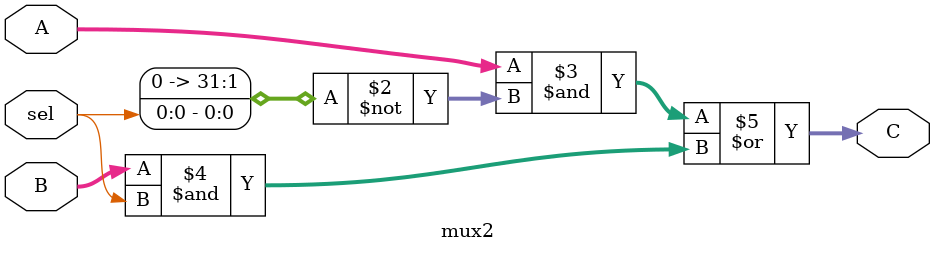
<source format=sv>
`ifndef MUX2
`define MUX2

`timescale 1ns/100ps

module mux2
    #(parameter n = 32)(
    //
    // ---------------- PORT DEFINITIONS ----------------
    //
    input logic [(n-1):0] A,
    input logic [(n-1):0] B,
    input logic sel,
    output logic [(n-1):0] C
);
    //
    // ---------------- MODULE DESIGN IMPLEMENTATION ----------------
    //
    assign C = (A & ~sel) | (B & sel); // if sel is 0 => C => A, otherwise, C => B.
endmodule

`endif // MUX2
</source>
